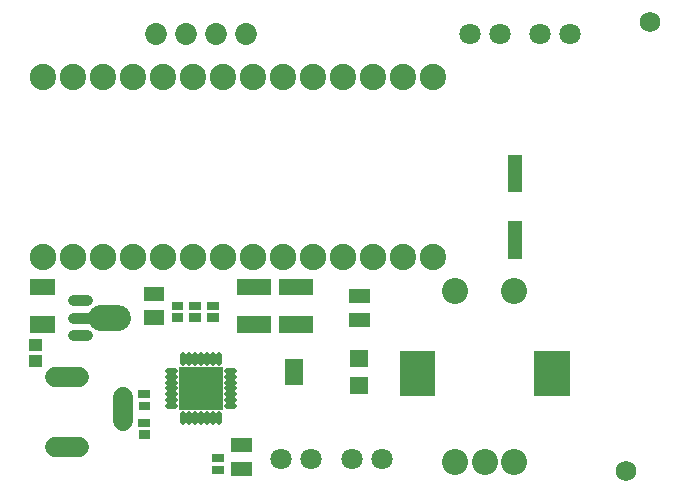
<source format=gts>
G04 Layer: TopSolderMaskLayer*
G04 EasyEDA v6.4.25, 2021-11-25T17:10:39+00:00*
G04 af4d78e2c0a6465aa0e43a92e4f8f8c3,fa2b77c0ec1047208735ea1b46d97466,10*
G04 Gerber Generator version 0.2*
G04 Scale: 100 percent, Rotated: No, Reflected: No *
G04 Dimensions in millimeters *
G04 leading zeros omitted , absolute positions ,4 integer and 5 decimal *
%FSLAX45Y45*%
%MOMM*%

%ADD38C,2.2032*%
%ADD39C,0.9032*%
%ADD40C,0.4832*%
%ADD41C,1.7032*%
%ADD42C,1.8032*%
%ADD44C,2.2352*%
%ADD45C,2.2332*%
%ADD50R,1.0032X0.7032*%
%ADD51C,1.7272*%
%ADD56C,1.8532*%

%LPD*%
D38*
X749968Y1499996D02*
G01*
X899967Y1499996D01*
D39*
X514936Y1499996D02*
G01*
X654936Y1499996D01*
X515030Y1349882D02*
G01*
X635030Y1349882D01*
X515030Y1650111D02*
G01*
X635030Y1650111D01*
D40*
X1449882Y1181008D02*
G01*
X1449882Y1119009D01*
X1499920Y1181008D02*
G01*
X1499920Y1119009D01*
X1549958Y1181008D02*
G01*
X1549958Y1119009D01*
X1599996Y1181008D02*
G01*
X1599996Y1119009D01*
X1650034Y1181008D02*
G01*
X1650034Y1119009D01*
X1700072Y1181008D02*
G01*
X1700072Y1119009D01*
X1750110Y1181008D02*
G01*
X1750110Y1119009D01*
X1819010Y1050137D02*
G01*
X1881009Y1050137D01*
X1819010Y1000099D02*
G01*
X1881009Y1000099D01*
X1819010Y950061D02*
G01*
X1881009Y950061D01*
X1819010Y900023D02*
G01*
X1881009Y900023D01*
X1819010Y849985D02*
G01*
X1881009Y849985D01*
X1819010Y799947D02*
G01*
X1881009Y799947D01*
X1819010Y749909D02*
G01*
X1881009Y749909D01*
X1750110Y681009D02*
G01*
X1750110Y619010D01*
X1700072Y681009D02*
G01*
X1700072Y619010D01*
X1650034Y681009D02*
G01*
X1650034Y619010D01*
X1599996Y681009D02*
G01*
X1599996Y619010D01*
X1549958Y681009D02*
G01*
X1549958Y619010D01*
X1499920Y681009D02*
G01*
X1499920Y619010D01*
X1449882Y681009D02*
G01*
X1449882Y619010D01*
X1319011Y749909D02*
G01*
X1381010Y749909D01*
X1319011Y799947D02*
G01*
X1381010Y799947D01*
X1319011Y849985D02*
G01*
X1381010Y849985D01*
X1319011Y900023D02*
G01*
X1381010Y900023D01*
X1319011Y950061D02*
G01*
X1381010Y950061D01*
X1319011Y1000099D02*
G01*
X1381010Y1000099D01*
X1319011Y1050137D02*
G01*
X1381010Y1050137D01*
D41*
X365023Y405003D02*
G01*
X565022Y405003D01*
X935024Y624992D02*
G01*
X935024Y824992D01*
X365023Y994994D02*
G01*
X565022Y994994D01*
D42*
G01*
X2872993Y299973D03*
G01*
X3126993Y299973D03*
G01*
X2273045Y299973D03*
G01*
X2527045Y299973D03*
G01*
X4472940Y3899915D03*
G01*
X4726940Y3899915D03*
G01*
X3872991Y3899915D03*
G01*
X4126991Y3899915D03*
G36*
X4199890Y2559812D02*
G01*
X4199890Y2880105D01*
X4320286Y2880105D01*
X4320286Y2559812D01*
G37*
G36*
X4199890Y1999742D02*
G01*
X4199890Y2320036D01*
X4320286Y2320036D01*
X4320286Y1999742D01*
G37*
D44*
G01*
X257047Y2010918D03*
G01*
X511047Y2010918D03*
G01*
X765047Y2010918D03*
G01*
X1019047Y2010918D03*
G01*
X1273047Y2010918D03*
G01*
X1527047Y2010918D03*
G01*
X1781047Y2010918D03*
G01*
X2035047Y2010918D03*
G01*
X2289047Y2010918D03*
G01*
X2543047Y2010918D03*
G01*
X2797047Y2010918D03*
G01*
X3051047Y2010918D03*
D45*
G01*
X3305047Y2010918D03*
G01*
X3559047Y2010918D03*
G01*
X3559047Y3534918D03*
G01*
X3305047Y3534918D03*
G01*
X3051047Y3534918D03*
G01*
X2797047Y3534918D03*
G01*
X2543047Y3534918D03*
G01*
X2289047Y3534918D03*
G01*
X2035047Y3534918D03*
G01*
X1781047Y3534918D03*
G01*
X1527047Y3534918D03*
G01*
X1273047Y3534918D03*
G01*
X1019047Y3534918D03*
G01*
X765047Y3534918D03*
G01*
X511047Y3534918D03*
G01*
X257047Y3534918D03*
G36*
X144779Y1219962D02*
G01*
X144779Y1320037D01*
X255270Y1320037D01*
X255270Y1219962D01*
G37*
G36*
X144779Y1079754D02*
G01*
X144779Y1180084D01*
X255270Y1180084D01*
X255270Y1079754D01*
G37*
G36*
X1852421Y359918D02*
G01*
X1852421Y480060D01*
X2027681Y480060D01*
X2027681Y359918D01*
G37*
G36*
X1852421Y159765D02*
G01*
X1852421Y280162D01*
X2027681Y280162D01*
X2027681Y159765D01*
G37*
G36*
X2859024Y1078992D02*
G01*
X2859024Y1229360D01*
X3009391Y1229360D01*
X3009391Y1078992D01*
G37*
G36*
X2859024Y850392D02*
G01*
X2859024Y1000760D01*
X3009391Y1000760D01*
X3009391Y850392D01*
G37*
G36*
X2310384Y929894D02*
G01*
X2310384Y1150112D01*
X2460752Y1150112D01*
X2460752Y929894D01*
G37*
G36*
X2852420Y1619757D02*
G01*
X2852420Y1740154D01*
X3027679Y1740154D01*
X3027679Y1619757D01*
G37*
G36*
X2852420Y1419860D02*
G01*
X2852420Y1540255D01*
X3027679Y1540255D01*
X3027679Y1419860D01*
G37*
G36*
X1689862Y174752D02*
G01*
X1689862Y245110D01*
X1790192Y245110D01*
X1790192Y174752D01*
G37*
D50*
G01*
X1740001Y310006D03*
D51*
G01*
X5200015Y199999D03*
G01*
X5400014Y3999992D03*
G36*
X3279902Y834897D02*
G01*
X3279902Y1215389D01*
X3580129Y1215389D01*
X3580129Y834897D01*
G37*
G36*
X4419854Y834897D02*
G01*
X4419854Y1215389D01*
X4720081Y1215389D01*
X4720081Y834897D01*
G37*
D38*
G01*
X3750056Y1725040D03*
G01*
X4249927Y1725040D03*
G01*
X3750056Y274954D03*
G01*
X3999991Y274954D03*
G01*
X4249927Y274954D03*
G36*
X1414779Y714755D02*
G01*
X1414779Y1085087D01*
X1785112Y1085087D01*
X1785112Y714755D01*
G37*
G36*
X1499870Y1564894D02*
G01*
X1499870Y1635252D01*
X1600200Y1635252D01*
X1600200Y1564894D01*
G37*
G36*
X1499870Y1464818D02*
G01*
X1499870Y1535176D01*
X1600200Y1535176D01*
X1600200Y1464818D01*
G37*
G36*
X2254758Y1689862D02*
G01*
X2254758Y1830070D01*
X2545079Y1830070D01*
X2545079Y1689862D01*
G37*
G36*
X2254758Y1369821D02*
G01*
X2254758Y1510029D01*
X2545079Y1510029D01*
X2545079Y1369821D01*
G37*
G36*
X1904745Y1689862D02*
G01*
X1904745Y1830070D01*
X2195068Y1830070D01*
X2195068Y1689862D01*
G37*
G36*
X1904745Y1369821D02*
G01*
X1904745Y1510029D01*
X2195068Y1510029D01*
X2195068Y1369821D01*
G37*
G36*
X1112265Y1639823D02*
G01*
X1112265Y1760220D01*
X1287779Y1760220D01*
X1287779Y1639823D01*
G37*
G36*
X1112265Y1439926D02*
G01*
X1112265Y1560068D01*
X1287779Y1560068D01*
X1287779Y1439926D01*
G37*
G36*
X154939Y1369821D02*
G01*
X154939Y1510284D01*
X365252Y1510284D01*
X365252Y1369821D01*
G37*
G36*
X154939Y1689862D02*
G01*
X154939Y1830070D01*
X365252Y1830070D01*
X365252Y1689862D01*
G37*
D56*
G01*
X1980996Y3900119D03*
G01*
X1726996Y3900119D03*
G01*
X1472996Y3900119D03*
G01*
X1218996Y3899865D03*
G36*
X1069847Y474726D02*
G01*
X1069847Y545084D01*
X1170178Y545084D01*
X1170178Y474726D01*
G37*
D50*
G01*
X1120012Y610006D03*
G36*
X1069847Y714755D02*
G01*
X1069847Y785113D01*
X1170178Y785113D01*
X1170178Y714755D01*
G37*
G01*
X1120012Y850011D03*
G36*
X1349755Y1564894D02*
G01*
X1349755Y1635252D01*
X1450086Y1635252D01*
X1450086Y1564894D01*
G37*
G36*
X1349755Y1464818D02*
G01*
X1349755Y1535176D01*
X1450086Y1535176D01*
X1450086Y1464818D01*
G37*
G36*
X1649729Y1564894D02*
G01*
X1649729Y1635252D01*
X1750060Y1635252D01*
X1750060Y1564894D01*
G37*
G36*
X1649729Y1464818D02*
G01*
X1649729Y1535176D01*
X1750060Y1535176D01*
X1750060Y1464818D01*
G37*
M02*

</source>
